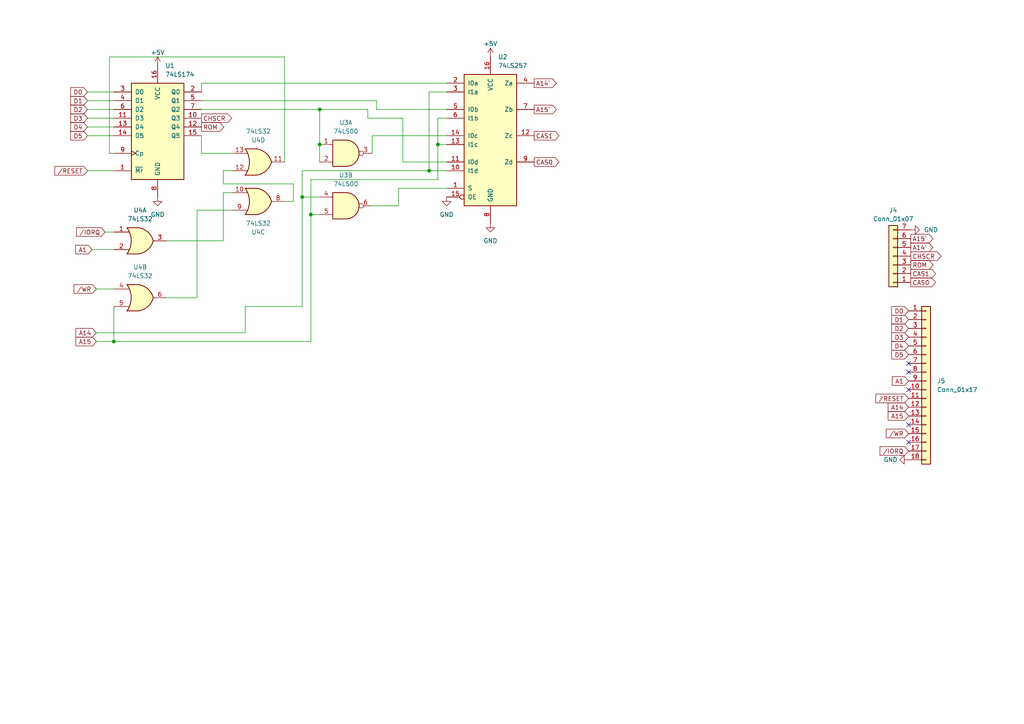
<source format=kicad_sch>
(kicad_sch (version 20230121) (generator eeschema)
  (paper "A4")
  (lib_symbols
    (symbol "74xx:74LS00" (pin_names (offset 1.016))
      (property "Reference" "U" (at 0 1.27 0))
      (property "Value" "74LS00" (at 0 -1.27 0))
      (symbol "74LS00_1_1"
        (arc (start 0 -3.81) (mid 3.7934 0) (end 0 3.81) (stroke (width 0.254)) (fill (type background)))
        (polyline (pts (xy 0 3.81) (xy -3.81 3.81) (xy -3.81 -3.81) (xy 0 -3.81)) (stroke (width 0.254)) (fill (type background)))
        (pin input line (at -7.62 2.54 0) (length 3.81) (name "~") (number "1"))
        (pin input line (at -7.62 -2.54 0) (length 3.81) (name "~") (number "2"))
        (pin output inverted (at 7.62 0 180) (length 3.81) (name "~") (number "3"))
      )
      (symbol "74LS00_1_2"
        (arc (start -3.81 -3.81) (mid -2.589 0) (end -3.81 3.81) (stroke (width 0.254)))
        (arc (start -0.6096 -3.81) (mid 2.1842 -2.5851) (end 3.81 0) (stroke (width 0.254)) (fill (type background)))
        (polyline (pts (xy -3.81 -3.81) (xy -0.635 -3.81)) (stroke (width 0.254)) (fill (type background)))
        (polyline (pts (xy -3.81 3.81) (xy -0.635 3.81)) (stroke (width 0.254)) (fill (type background)))
        (polyline (pts (xy -0.635 3.81) (xy -3.81 3.81) (xy -3.81 3.81) (xy -3.556 3.4036) (xy -3.0226 2.2606) (xy -2.6924 1.0414) (xy -2.6162 -0.254) (xy -2.7686 -1.4986) (xy -3.175 -2.7178) (xy -3.81 -3.81) (xy -3.81 -3.81) (xy -0.635 -3.81)) (stroke (width -25.4)) (fill (type background)))
        (arc (start 3.81 0) (mid 2.1915 2.5936) (end -0.6096 3.81) (stroke (width 0.254)) (fill (type background)))
        (pin input inverted (at -7.62 2.54 0) (length 4.318) (name "~") (number "1"))
        (pin input inverted (at -7.62 -2.54 0) (length 4.318) (name "~") (number "2"))
        (pin output line (at 7.62 0 180) (length 3.81) (name "~") (number "3"))
      )
      (symbol "74LS00_2_1"
        (arc (start 0 -3.81) (mid 3.7934 0) (end 0 3.81) (stroke (width 0.254)) (fill (type background)))
        (polyline (pts (xy 0 3.81) (xy -3.81 3.81) (xy -3.81 -3.81) (xy 0 -3.81)) (stroke (width 0.254)) (fill (type background)))
        (pin input line (at -7.62 2.54 0) (length 3.81) (name "~") (number "4"))
        (pin input line (at -7.62 -2.54 0) (length 3.81) (name "~") (number "5"))
        (pin output inverted (at 7.62 0 180) (length 3.81) (name "~") (number "6"))
      )
      (symbol "74LS00_2_2"
        (arc (start -3.81 -3.81) (mid -2.589 0) (end -3.81 3.81) (stroke (width 0.254)))
        (arc (start -0.6096 -3.81) (mid 2.1842 -2.5851) (end 3.81 0) (stroke (width 0.254)) (fill (type background)))
        (polyline (pts (xy -3.81 -3.81) (xy -0.635 -3.81)) (stroke (width 0.254)) (fill (type background)))
        (polyline (pts (xy -3.81 3.81) (xy -0.635 3.81)) (stroke (width 0.254)) (fill (type background)))
        (polyline (pts (xy -0.635 3.81) (xy -3.81 3.81) (xy -3.81 3.81) (xy -3.556 3.4036) (xy -3.0226 2.2606) (xy -2.6924 1.0414) (xy -2.6162 -0.254) (xy -2.7686 -1.4986) (xy -3.175 -2.7178) (xy -3.81 -3.81) (xy -3.81 -3.81) (xy -0.635 -3.81)) (stroke (width -25.4)) (fill (type background)))
        (arc (start 3.81 0) (mid 2.1915 2.5936) (end -0.6096 3.81) (stroke (width 0.254)) (fill (type background)))
        (pin input inverted (at -7.62 2.54 0) (length 4.318) (name "~") (number "4"))
        (pin input inverted (at -7.62 -2.54 0) (length 4.318) (name "~") (number "5"))
        (pin output line (at 7.62 0 180) (length 3.81) (name "~") (number "6"))
      )
      (symbol "74LS00_3_1"
        (arc (start 0 -3.81) (mid 3.7934 0) (end 0 3.81) (stroke (width 0.254)) (fill (type background)))
        (polyline (pts (xy 0 3.81) (xy -3.81 3.81) (xy -3.81 -3.81) (xy 0 -3.81)) (stroke (width 0.254)) (fill (type background)))
        (pin input line (at -7.62 -2.54 0) (length 3.81) (name "~") (number "10"))
        (pin output inverted (at 7.62 0 180) (length 3.81) (name "~") (number "8"))
        (pin input line (at -7.62 2.54 0) (length 3.81) (name "~") (number "9"))
      )
      (symbol "74LS00_3_2"
        (arc (start -3.81 -3.81) (mid -2.589 0) (end -3.81 3.81) (stroke (width 0.254)))
        (arc (start -0.6096 -3.81) (mid 2.1842 -2.5851) (end 3.81 0) (stroke (width 0.254)) (fill (type background)))
        (polyline (pts (xy -3.81 -3.81) (xy -0.635 -3.81)) (stroke (width 0.254)) (fill (type background)))
        (polyline (pts (xy -3.81 3.81) (xy -0.635 3.81)) (stroke (width 0.254)) (fill (type background)))
        (polyline (pts (xy -0.635 3.81) (xy -3.81 3.81) (xy -3.81 3.81) (xy -3.556 3.4036) (xy -3.0226 2.2606) (xy -2.6924 1.0414) (xy -2.6162 -0.254) (xy -2.7686 -1.4986) (xy -3.175 -2.7178) (xy -3.81 -3.81) (xy -3.81 -3.81) (xy -0.635 -3.81)) (stroke (width -25.4)) (fill (type background)))
        (arc (start 3.81 0) (mid 2.1915 2.5936) (end -0.6096 3.81) (stroke (width 0.254)) (fill (type background)))
        (pin input inverted (at -7.62 -2.54 0) (length 4.318) (name "~") (number "10"))
        (pin output line (at 7.62 0 180) (length 3.81) (name "~") (number "8"))
        (pin input inverted (at -7.62 2.54 0) (length 4.318) (name "~") (number "9"))
      )
      (symbol "74LS00_4_1"
        (arc (start 0 -3.81) (mid 3.7934 0) (end 0 3.81) (stroke (width 0.254)) (fill (type background)))
        (polyline (pts (xy 0 3.81) (xy -3.81 3.81) (xy -3.81 -3.81) (xy 0 -3.81)) (stroke (width 0.254)) (fill (type background)))
        (pin output inverted (at 7.62 0 180) (length 3.81) (name "~") (number "11"))
        (pin input line (at -7.62 2.54 0) (length 3.81) (name "~") (number "12"))
        (pin input line (at -7.62 -2.54 0) (length 3.81) (name "~") (number "13"))
      )
      (symbol "74LS00_4_2"
        (arc (start -3.81 -3.81) (mid -2.589 0) (end -3.81 3.81) (stroke (width 0.254)))
        (arc (start -0.6096 -3.81) (mid 2.1842 -2.5851) (end 3.81 0) (stroke (width 0.254)) (fill (type background)))
        (polyline (pts (xy -3.81 -3.81) (xy -0.635 -3.81)) (stroke (width 0.254)) (fill (type background)))
        (polyline (pts (xy -3.81 3.81) (xy -0.635 3.81)) (stroke (width 0.254)) (fill (type background)))
        (polyline (pts (xy -0.635 3.81) (xy -3.81 3.81) (xy -3.81 3.81) (xy -3.556 3.4036) (xy -3.0226 2.2606) (xy -2.6924 1.0414) (xy -2.6162 -0.254) (xy -2.7686 -1.4986) (xy -3.175 -2.7178) (xy -3.81 -3.81) (xy -3.81 -3.81) (xy -0.635 -3.81)) (stroke (width -25.4)) (fill (type background)))
        (arc (start 3.81 0) (mid 2.1915 2.5936) (end -0.6096 3.81) (stroke (width 0.254)) (fill (type background)))
        (pin output line (at 7.62 0 180) (length 3.81) (name "~") (number "11"))
        (pin input inverted (at -7.62 2.54 0) (length 4.318) (name "~") (number "12"))
        (pin input inverted (at -7.62 -2.54 0) (length 4.318) (name "~") (number "13"))
      )
      (symbol "74LS00_5_0"
        (pin power_in line (at 0 12.7 270) (length 5.08) (name "VCC") (number "14"))
        (pin power_in line (at 0 -12.7 90) (length 5.08) (name "GND") (number "7"))
      )
      (symbol "74LS00_5_1"
        (rectangle (start -5.08 7.62) (end 5.08 -7.62) (stroke (width 0.254)) (fill (type background)))
      )
    )
    (symbol "74xx:74LS174" (pin_names (offset 1.016))
      (property "Reference" "U" (at -7.62 13.97 0))
      (property "Value" "74LS174" (at -7.62 -16.51 0))
      (symbol "74LS174_1_0"
        (pin input line (at -12.7 -12.7 0) (length 5.08) (name "~{Mr}") (number "1"))
        (pin output line (at 12.7 2.54 180) (length 5.08) (name "Q3") (number "10"))
        (pin input line (at -12.7 2.54 0) (length 5.08) (name "D3") (number "11"))
        (pin output line (at 12.7 0 180) (length 5.08) (name "Q4") (number "12"))
        (pin input line (at -12.7 0 0) (length 5.08) (name "D4") (number "13"))
        (pin input line (at -12.7 -2.54 0) (length 5.08) (name "D5") (number "14"))
        (pin output line (at 12.7 -2.54 180) (length 5.08) (name "Q5") (number "15"))
        (pin power_in line (at 0 17.78 270) (length 5.08) (name "VCC") (number "16"))
        (pin output line (at 12.7 10.16 180) (length 5.08) (name "Q0") (number "2"))
        (pin input line (at -12.7 10.16 0) (length 5.08) (name "D0") (number "3"))
        (pin input line (at -12.7 7.62 0) (length 5.08) (name "D1") (number "4"))
        (pin output line (at 12.7 7.62 180) (length 5.08) (name "Q1") (number "5"))
        (pin input line (at -12.7 5.08 0) (length 5.08) (name "D2") (number "6"))
        (pin output line (at 12.7 5.08 180) (length 5.08) (name "Q2") (number "7"))
        (pin power_in line (at 0 -20.32 90) (length 5.08) (name "GND") (number "8"))
        (pin input clock (at -12.7 -7.62 0) (length 5.08) (name "Cp") (number "9"))
      )
      (symbol "74LS174_1_1"
        (rectangle (start -7.62 12.7) (end 7.62 -15.24) (stroke (width 0.254)) (fill (type background)))
      )
    )
    (symbol "74xx:74LS257" (pin_names (offset 1.016))
      (property "Reference" "U" (at -7.62 19.05 0))
      (property "Value" "74LS257" (at -7.62 -21.59 0))
      (symbol "74LS257_1_0"
        (pin input line (at -12.7 -15.24 0) (length 5.08) (name "S") (number "1"))
        (pin input line (at -12.7 -10.16 0) (length 5.08) (name "I1d") (number "10"))
        (pin input line (at -12.7 -7.62 0) (length 5.08) (name "I0d") (number "11"))
        (pin tri_state line (at 12.7 0 180) (length 5.08) (name "Zc") (number "12"))
        (pin input line (at -12.7 -2.54 0) (length 5.08) (name "I1c") (number "13"))
        (pin input line (at -12.7 0 0) (length 5.08) (name "I0c") (number "14"))
        (pin input inverted (at -12.7 -17.78 0) (length 5.08) (name "OE") (number "15"))
        (pin power_in line (at 0 22.86 270) (length 5.08) (name "VCC") (number "16"))
        (pin input line (at -12.7 15.24 0) (length 5.08) (name "I0a") (number "2"))
        (pin input line (at -12.7 12.7 0) (length 5.08) (name "I1a") (number "3"))
        (pin tri_state line (at 12.7 15.24 180) (length 5.08) (name "Za") (number "4"))
        (pin input line (at -12.7 7.62 0) (length 5.08) (name "I0b") (number "5"))
        (pin input line (at -12.7 5.08 0) (length 5.08) (name "I1b") (number "6"))
        (pin tri_state line (at 12.7 7.62 180) (length 5.08) (name "Zb") (number "7"))
        (pin power_in line (at 0 -25.4 90) (length 5.08) (name "GND") (number "8"))
        (pin tri_state line (at 12.7 -7.62 180) (length 5.08) (name "Zd") (number "9"))
      )
      (symbol "74LS257_1_1"
        (rectangle (start -7.62 17.78) (end 7.62 -20.32) (stroke (width 0.254)) (fill (type background)))
      )
    )
    (symbol "74xx:74LS32" (pin_names (offset 1.016))
      (property "Reference" "U" (at 0 1.27 0))
      (property "Value" "74LS32" (at 0 -1.27 0))
      (symbol "74LS32_1_1"
        (arc (start -3.81 -3.81) (mid -2.589 0) (end -3.81 3.81) (stroke (width 0.254)))
        (arc (start -0.6096 -3.81) (mid 2.1842 -2.5851) (end 3.81 0) (stroke (width 0.254)) (fill (type background)))
        (polyline (pts (xy -3.81 -3.81) (xy -0.635 -3.81)) (stroke (width 0.254)) (fill (type background)))
        (polyline (pts (xy -3.81 3.81) (xy -0.635 3.81)) (stroke (width 0.254)) (fill (type background)))
        (polyline (pts (xy -0.635 3.81) (xy -3.81 3.81) (xy -3.81 3.81) (xy -3.556 3.4036) (xy -3.0226 2.2606) (xy -2.6924 1.0414) (xy -2.6162 -0.254) (xy -2.7686 -1.4986) (xy -3.175 -2.7178) (xy -3.81 -3.81) (xy -3.81 -3.81) (xy -0.635 -3.81)) (stroke (width -25.4)) (fill (type background)))
        (arc (start 3.81 0) (mid 2.1915 2.5936) (end -0.6096 3.81) (stroke (width 0.254)) (fill (type background)))
        (pin input line (at -7.62 2.54 0) (length 4.318) (name "~") (number "1"))
        (pin input line (at -7.62 -2.54 0) (length 4.318) (name "~") (number "2"))
        (pin output line (at 7.62 0 180) (length 3.81) (name "~") (number "3"))
      )
      (symbol "74LS32_1_2"
        (arc (start 0 -3.81) (mid 3.7934 0) (end 0 3.81) (stroke (width 0.254)) (fill (type background)))
        (polyline (pts (xy 0 3.81) (xy -3.81 3.81) (xy -3.81 -3.81) (xy 0 -3.81)) (stroke (width 0.254)) (fill (type background)))
        (pin input inverted (at -7.62 2.54 0) (length 3.81) (name "~") (number "1"))
        (pin input inverted (at -7.62 -2.54 0) (length 3.81) (name "~") (number "2"))
        (pin output inverted (at 7.62 0 180) (length 3.81) (name "~") (number "3"))
      )
      (symbol "74LS32_2_1"
        (arc (start -3.81 -3.81) (mid -2.589 0) (end -3.81 3.81) (stroke (width 0.254)))
        (arc (start -0.6096 -3.81) (mid 2.1842 -2.5851) (end 3.81 0) (stroke (width 0.254)) (fill (type background)))
        (polyline (pts (xy -3.81 -3.81) (xy -0.635 -3.81)) (stroke (width 0.254)) (fill (type background)))
        (polyline (pts (xy -3.81 3.81) (xy -0.635 3.81)) (stroke (width 0.254)) (fill (type background)))
        (polyline (pts (xy -0.635 3.81) (xy -3.81 3.81) (xy -3.81 3.81) (xy -3.556 3.4036) (xy -3.0226 2.2606) (xy -2.6924 1.0414) (xy -2.6162 -0.254) (xy -2.7686 -1.4986) (xy -3.175 -2.7178) (xy -3.81 -3.81) (xy -3.81 -3.81) (xy -0.635 -3.81)) (stroke (width -25.4)) (fill (type background)))
        (arc (start 3.81 0) (mid 2.1915 2.5936) (end -0.6096 3.81) (stroke (width 0.254)) (fill (type background)))
        (pin input line (at -7.62 2.54 0) (length 4.318) (name "~") (number "4"))
        (pin input line (at -7.62 -2.54 0) (length 4.318) (name "~") (number "5"))
        (pin output line (at 7.62 0 180) (length 3.81) (name "~") (number "6"))
      )
      (symbol "74LS32_2_2"
        (arc (start 0 -3.81) (mid 3.7934 0) (end 0 3.81) (stroke (width 0.254)) (fill (type background)))
        (polyline (pts (xy 0 3.81) (xy -3.81 3.81) (xy -3.81 -3.81) (xy 0 -3.81)) (stroke (width 0.254)) (fill (type background)))
        (pin input inverted (at -7.62 2.54 0) (length 3.81) (name "~") (number "4"))
        (pin input inverted (at -7.62 -2.54 0) (length 3.81) (name "~") (number "5"))
        (pin output inverted (at 7.62 0 180) (length 3.81) (name "~") (number "6"))
      )
      (symbol "74LS32_3_1"
        (arc (start -3.81 -3.81) (mid -2.589 0) (end -3.81 3.81) (stroke (width 0.254)))
        (arc (start -0.6096 -3.81) (mid 2.1842 -2.5851) (end 3.81 0) (stroke (width 0.254)) (fill (type background)))
        (polyline (pts (xy -3.81 -3.81) (xy -0.635 -3.81)) (stroke (width 0.254)) (fill (type background)))
        (polyline (pts (xy -3.81 3.81) (xy -0.635 3.81)) (stroke (width 0.254)) (fill (type background)))
        (polyline (pts (xy -0.635 3.81) (xy -3.81 3.81) (xy -3.81 3.81) (xy -3.556 3.4036) (xy -3.0226 2.2606) (xy -2.6924 1.0414) (xy -2.6162 -0.254) (xy -2.7686 -1.4986) (xy -3.175 -2.7178) (xy -3.81 -3.81) (xy -3.81 -3.81) (xy -0.635 -3.81)) (stroke (width -25.4)) (fill (type background)))
        (arc (start 3.81 0) (mid 2.1915 2.5936) (end -0.6096 3.81) (stroke (width 0.254)) (fill (type background)))
        (pin input line (at -7.62 -2.54 0) (length 4.318) (name "~") (number "10"))
        (pin output line (at 7.62 0 180) (length 3.81) (name "~") (number "8"))
        (pin input line (at -7.62 2.54 0) (length 4.318) (name "~") (number "9"))
      )
      (symbol "74LS32_3_2"
        (arc (start 0 -3.81) (mid 3.7934 0) (end 0 3.81) (stroke (width 0.254)) (fill (type background)))
        (polyline (pts (xy 0 3.81) (xy -3.81 3.81) (xy -3.81 -3.81) (xy 0 -3.81)) (stroke (width 0.254)) (fill (type background)))
        (pin input inverted (at -7.62 -2.54 0) (length 3.81) (name "~") (number "10"))
        (pin output inverted (at 7.62 0 180) (length 3.81) (name "~") (number "8"))
        (pin input inverted (at -7.62 2.54 0) (length 3.81) (name "~") (number "9"))
      )
      (symbol "74LS32_4_1"
        (arc (start -3.81 -3.81) (mid -2.589 0) (end -3.81 3.81) (stroke (width 0.254)))
        (arc (start -0.6096 -3.81) (mid 2.1842 -2.5851) (end 3.81 0) (stroke (width 0.254)) (fill (type background)))
        (polyline (pts (xy -3.81 -3.81) (xy -0.635 -3.81)) (stroke (width 0.254)) (fill (type background)))
        (polyline (pts (xy -3.81 3.81) (xy -0.635 3.81)) (stroke (width 0.254)) (fill (type background)))
        (polyline (pts (xy -0.635 3.81) (xy -3.81 3.81) (xy -3.81 3.81) (xy -3.556 3.4036) (xy -3.0226 2.2606) (xy -2.6924 1.0414) (xy -2.6162 -0.254) (xy -2.7686 -1.4986) (xy -3.175 -2.7178) (xy -3.81 -3.81) (xy -3.81 -3.81) (xy -0.635 -3.81)) (stroke (width -25.4)) (fill (type background)))
        (arc (start 3.81 0) (mid 2.1915 2.5936) (end -0.6096 3.81) (stroke (width 0.254)) (fill (type background)))
        (pin output line (at 7.62 0 180) (length 3.81) (name "~") (number "11"))
        (pin input line (at -7.62 2.54 0) (length 4.318) (name "~") (number "12"))
        (pin input line (at -7.62 -2.54 0) (length 4.318) (name "~") (number "13"))
      )
      (symbol "74LS32_4_2"
        (arc (start 0 -3.81) (mid 3.7934 0) (end 0 3.81) (stroke (width 0.254)) (fill (type background)))
        (polyline (pts (xy 0 3.81) (xy -3.81 3.81) (xy -3.81 -3.81) (xy 0 -3.81)) (stroke (width 0.254)) (fill (type background)))
        (pin output inverted (at 7.62 0 180) (length 3.81) (name "~") (number "11"))
        (pin input inverted (at -7.62 2.54 0) (length 3.81) (name "~") (number "12"))
        (pin input inverted (at -7.62 -2.54 0) (length 3.81) (name "~") (number "13"))
      )
      (symbol "74LS32_5_0"
        (pin power_in line (at 0 12.7 270) (length 5.08) (name "VCC") (number "14"))
        (pin power_in line (at 0 -12.7 90) (length 5.08) (name "GND") (number "7"))
      )
      (symbol "74LS32_5_1"
        (rectangle (start -5.08 7.62) (end 5.08 -7.62) (stroke (width 0.254)) (fill (type background)))
      )
    )
    (symbol "Connector_Generic:Conn_01x07" (pin_names (offset 1.016) hide)
      (property "Reference" "J" (at 0 10.16 0))
      (property "Value" "Conn_01x07" (at 0 -10.16 0))
      (symbol "Conn_01x07_1_1"
        (rectangle (start -1.27 -7.493) (end 0 -7.747) (stroke (width 0.1524)))
        (rectangle (start -1.27 -4.953) (end 0 -5.207) (stroke (width 0.1524)))
        (rectangle (start -1.27 -2.413) (end 0 -2.667) (stroke (width 0.1524)))
        (rectangle (start -1.27 0.127) (end 0 -0.127) (stroke (width 0.1524)))
        (rectangle (start -1.27 2.667) (end 0 2.413) (stroke (width 0.1524)))
        (rectangle (start -1.27 5.207) (end 0 4.953) (stroke (width 0.1524)))
        (rectangle (start -1.27 7.747) (end 0 7.493) (stroke (width 0.1524)))
        (rectangle (start -1.27 8.89) (end 1.27 -8.89) (stroke (width 0.254)) (fill (type background)))
        (pin passive line (at -5.08 7.62 0) (length 3.81) (name "Pin_1") (number "1"))
        (pin passive line (at -5.08 5.08 0) (length 3.81) (name "Pin_2") (number "2"))
        (pin passive line (at -5.08 2.54 0) (length 3.81) (name "Pin_3") (number "3"))
        (pin passive line (at -5.08 0 0) (length 3.81) (name "Pin_4") (number "4"))
        (pin passive line (at -5.08 -2.54 0) (length 3.81) (name "Pin_5") (number "5"))
        (pin passive line (at -5.08 -5.08 0) (length 3.81) (name "Pin_6") (number "6"))
        (pin passive line (at -5.08 -7.62 0) (length 3.81) (name "Pin_7") (number "7"))
      )
    )
    (symbol "Connector_Generic:Conn_01x18" (pin_names (offset 1.016) hide)
      (property "Reference" "J" (at 0 22.86 0))
      (property "Value" "Conn_01x18" (at 0 -25.4 0))
      (symbol "Conn_01x18_1_1"
        (rectangle (start -1.27 -22.733) (end 0 -22.987) (stroke (width 0.1524)))
        (rectangle (start -1.27 -20.193) (end 0 -20.447) (stroke (width 0.1524)))
        (rectangle (start -1.27 -17.653) (end 0 -17.907) (stroke (width 0.1524)))
        (rectangle (start -1.27 -15.113) (end 0 -15.367) (stroke (width 0.1524)))
        (rectangle (start -1.27 -12.573) (end 0 -12.827) (stroke (width 0.1524)))
        (rectangle (start -1.27 -10.033) (end 0 -10.287) (stroke (width 0.1524)))
        (rectangle (start -1.27 -7.493) (end 0 -7.747) (stroke (width 0.1524)))
        (rectangle (start -1.27 -4.953) (end 0 -5.207) (stroke (width 0.1524)))
        (rectangle (start -1.27 -2.413) (end 0 -2.667) (stroke (width 0.1524)))
        (rectangle (start -1.27 0.127) (end 0 -0.127) (stroke (width 0.1524)))
        (rectangle (start -1.27 2.667) (end 0 2.413) (stroke (width 0.1524)))
        (rectangle (start -1.27 5.207) (end 0 4.953) (stroke (width 0.1524)))
        (rectangle (start -1.27 7.747) (end 0 7.493) (stroke (width 0.1524)))
        (rectangle (start -1.27 10.287) (end 0 10.033) (stroke (width 0.1524)))
        (rectangle (start -1.27 12.827) (end 0 12.573) (stroke (width 0.1524)))
        (rectangle (start -1.27 15.367) (end 0 15.113) (stroke (width 0.1524)))
        (rectangle (start -1.27 17.907) (end 0 17.653) (stroke (width 0.1524)))
        (rectangle (start -1.27 20.447) (end 0 20.193) (stroke (width 0.1524)))
        (rectangle (start -1.27 21.59) (end 1.27 -24.13) (stroke (width 0.254)) (fill (type background)))
        (pin passive line (at -5.08 20.32 0) (length 3.81) (name "Pin_1") (number "1"))
        (pin passive line (at -5.08 -2.54 0) (length 3.81) (name "Pin_10") (number "10"))
        (pin passive line (at -5.08 -5.08 0) (length 3.81) (name "Pin_11") (number "11"))
        (pin passive line (at -5.08 -7.62 0) (length 3.81) (name "Pin_12") (number "12"))
        (pin passive line (at -5.08 -10.16 0) (length 3.81) (name "Pin_13") (number "13"))
        (pin passive line (at -5.08 -12.7 0) (length 3.81) (name "Pin_14") (number "14"))
        (pin passive line (at -5.08 -15.24 0) (length 3.81) (name "Pin_15") (number "15"))
        (pin passive line (at -5.08 -17.78 0) (length 3.81) (name "Pin_16") (number "16"))
        (pin passive line (at -5.08 -20.32 0) (length 3.81) (name "Pin_17") (number "17"))
        (pin passive line (at -5.08 -22.86 0) (length 3.81) (name "Pin_18") (number "18"))
        (pin passive line (at -5.08 17.78 0) (length 3.81) (name "Pin_2") (number "2"))
        (pin passive line (at -5.08 15.24 0) (length 3.81) (name "Pin_3") (number "3"))
        (pin passive line (at -5.08 12.7 0) (length 3.81) (name "Pin_4") (number "4"))
        (pin passive line (at -5.08 10.16 0) (length 3.81) (name "Pin_5") (number "5"))
        (pin passive line (at -5.08 7.62 0) (length 3.81) (name "Pin_6") (number "6"))
        (pin passive line (at -5.08 5.08 0) (length 3.81) (name "Pin_7") (number "7"))
        (pin passive line (at -5.08 2.54 0) (length 3.81) (name "Pin_8") (number "8"))
        (pin passive line (at -5.08 0 0) (length 3.81) (name "Pin_9") (number "9"))
      )
    )
    (symbol "Device:C" (pin_numbers hide) (pin_names (offset 0.254))
      (property "Reference" "C" (at 0.635 2.54 0))
      (property "Value" "C" (at 0.635 -2.54 0))
      (symbol "C_0_1"
        (polyline (pts (xy -2.032 -0.762) (xy 2.032 -0.762)) (stroke (width 0.508)))
        (polyline (pts (xy -2.032 0.762) (xy 2.032 0.762)) (stroke (width 0.508)))
      )
      (symbol "C_1_1"
        (pin passive line (at 0 3.81 270) (length 2.794) (name "~") (number "1"))
        (pin passive line (at 0 -3.81 90) (length 2.794) (name "~") (number "2"))
      )
    )
    (symbol "power:+5V" (power) (pin_names (offset 0))
      (property "Value" "+5V" (at 0 3.556 0))
      (symbol "+5V_0_1"
        (polyline (pts (xy -0.762 1.27) (xy 0 2.54)))
        (polyline (pts (xy 0 0) (xy 0 2.54)))
        (polyline (pts (xy 0 2.54) (xy 0.762 1.27)))
      )
      (symbol "+5V_1_1"
        (pin power_in line (at 0 0 90) (length 0) hide (name "+5V") (number "1"))
      )
    )
    (symbol "power:GND" (power) (pin_names (offset 0))
      (property "Value" "GND" (at 0 -3.81 0))
      (symbol "GND_0_1"
        (polyline (pts (xy 0 0) (xy 0 -1.27) (xy 1.27 -1.27) (xy 0 -2.54) (xy -1.27 -1.27) (xy 0 -1.27)))
      )
      (symbol "GND_1_1"
        (pin power_in line (at 0 0 270) (length 0) hide (name "GND") (number "1"))
      )
    )
    (symbol "power:PWR_FLAG" (power) (pin_numbers hide) (pin_names (offset 0) hide)
      (property "Value" "PWR_FLAG" (at 0 3.81 0))
      (symbol "PWR_FLAG_0_0"
        (pin power_out line (at 0 0 90) (length 0) (name "pwr") (number "1"))
      )
      (symbol "PWR_FLAG_0_1"
        (polyline (pts (xy 0 0) (xy 0 1.27) (xy -1.016 1.905) (xy 0 2.54) (xy 1.016 1.905) (xy 0 1.27)))
      )
    )
  )
  (junction (at 384.81 113.03))
  (junction (at 360.68 105.41))
  (junction (at 92.71 41.91))
  (junction (at 347.98 113.03))
  (junction (at 372.11 113.03))
  (junction (at 87.63 57.15))
  (junction (at 384.81 105.41))
  (junction (at 127 41.91))
  (junction (at 92.71 31.75))
  (junction (at 360.68 113.03))
  (junction (at 33.02 99.06))
  (junction (at 354.33 113.03))
  (junction (at 347.98 105.41))
  (junction (at 372.11 105.41))
  (junction (at 124.46 49.53))
  (junction (at 90.17 62.23))
  (no_connect (at 263.525 105.41))
  (no_connect (at 263.525 113.03))
  (no_connect (at 263.525 107.95))
  (no_connect (at 263.525 123.19))
  (no_connect (at 263.525 128.27))
  (wire (pts (xy 25.4 34.29) (xy 33.02 34.29)))
  (wire (pts (xy 27.94 99.06) (xy 33.02 99.06)))
  (wire (pts (xy 58.42 26.67) (xy 58.42 24.13)))
  (wire (pts (xy 31.75 44.45) (xy 33.02 44.45)))
  (wire (pts (xy 347.98 113.03) (xy 354.33 113.03)))
  (wire (pts (xy 58.42 29.21) (xy 109.22 29.21)))
  (wire (pts (xy 64.77 49.53) (xy 67.31 49.53)))
  (wire (pts (xy 25.4 26.67) (xy 33.02 26.67)))
  (wire (pts (xy 124.46 26.67) (xy 129.54 26.67)))
  (wire (pts (xy 71.12 96.52) (xy 71.12 88.9)))
  (wire (pts (xy 27.94 83.82) (xy 33.02 83.82)))
  (wire (pts (xy 107.95 44.45) (xy 107.95 39.37)))
  (wire (pts (xy 58.42 44.45) (xy 67.31 44.45)))
  (wire (pts (xy 107.95 39.37) (xy 129.54 39.37)))
  (wire (pts (xy 27.94 96.52) (xy 71.12 96.52)))
  (wire (pts (xy 82.55 58.42) (xy 85.09 58.42)))
  (wire (pts (xy 129.54 49.53) (xy 124.46 49.53)))
  (wire (pts (xy 384.81 112.395) (xy 384.81 113.03)))
  (wire (pts (xy 372.11 105.41) (xy 384.81 105.41)))
  (wire (pts (xy 109.22 29.21) (xy 109.22 31.75)))
  (wire (pts (xy 129.54 46.99) (xy 116.84 46.99)))
  (wire (pts (xy 87.63 49.53) (xy 124.46 49.53)))
  (wire (pts (xy 58.42 31.75) (xy 92.71 31.75)))
  (wire (pts (xy 127 34.29) (xy 127 41.91)))
  (wire (pts (xy 90.17 99.06) (xy 33.02 99.06)))
  (wire (pts (xy 25.4 39.37) (xy 33.02 39.37)))
  (wire (pts (xy 30.48 67.31) (xy 33.02 67.31)))
  (wire (pts (xy 90.17 62.23) (xy 90.17 99.06)))
  (wire (pts (xy 82.55 16.51) (xy 82.55 46.99)))
  (wire (pts (xy 48.26 86.36) (xy 57.15 86.36)))
  (wire (pts (xy 85.09 58.42) (xy 85.09 53.34)))
  (wire (pts (xy 360.68 105.41) (xy 372.11 105.41)))
  (wire (pts (xy 106.68 31.75) (xy 92.71 31.75)))
  (wire (pts (xy 90.17 52.07) (xy 127 52.07)))
  (wire (pts (xy 384.81 99.695) (xy 384.81 105.41)))
  (wire (pts (xy 48.26 69.85) (xy 64.77 69.85)))
  (wire (pts (xy 85.09 53.34) (xy 64.77 53.34)))
  (wire (pts (xy 360.68 113.03) (xy 372.11 113.03)))
  (wire (pts (xy 31.75 16.51) (xy 82.55 16.51)))
  (wire (pts (xy 384.81 113.03) (xy 384.81 121.92)))
  (wire (pts (xy 354.33 113.03) (xy 360.68 113.03)))
  (wire (pts (xy 92.71 62.23) (xy 90.17 62.23)))
  (wire (pts (xy 57.15 60.96) (xy 67.31 60.96)))
  (wire (pts (xy 87.63 57.15) (xy 87.63 88.9)))
  (wire (pts (xy 127 41.91) (xy 129.54 41.91)))
  (wire (pts (xy 58.42 39.37) (xy 58.42 44.45)))
  (wire (pts (xy 64.77 69.85) (xy 64.77 55.88)))
  (wire (pts (xy 25.4 29.21) (xy 33.02 29.21)))
  (wire (pts (xy 25.4 31.75) (xy 33.02 31.75)))
  (wire (pts (xy 92.71 31.75) (xy 92.71 41.91)))
  (wire (pts (xy 129.54 34.29) (xy 127 34.29)))
  (wire (pts (xy 92.71 57.15) (xy 87.63 57.15)))
  (wire (pts (xy 124.46 49.53) (xy 124.46 26.67)))
  (wire (pts (xy 106.68 34.29) (xy 106.68 31.75)))
  (wire (pts (xy 71.12 88.9) (xy 87.63 88.9)))
  (wire (pts (xy 33.02 99.06) (xy 33.02 88.9)))
  (wire (pts (xy 64.77 53.34) (xy 64.77 49.53)))
  (wire (pts (xy 26.67 72.39) (xy 33.02 72.39)))
  (wire (pts (xy 115.57 54.61) (xy 129.54 54.61)))
  (wire (pts (xy 25.4 49.53) (xy 33.02 49.53)))
  (wire (pts (xy 116.84 34.29) (xy 106.68 34.29)))
  (wire (pts (xy 334.01 105.41) (xy 347.98 105.41)))
  (wire (pts (xy 372.11 113.03) (xy 384.81 113.03)))
  (wire (pts (xy 87.63 57.15) (xy 87.63 49.53)))
  (wire (pts (xy 25.4 36.83) (xy 33.02 36.83)))
  (wire (pts (xy 334.01 113.03) (xy 347.98 113.03)))
  (wire (pts (xy 57.15 86.36) (xy 57.15 60.96)))
  (wire (pts (xy 127 52.07) (xy 127 41.91)))
  (wire (pts (xy 347.98 105.41) (xy 360.68 105.41)))
  (wire (pts (xy 109.22 31.75) (xy 129.54 31.75)))
  (wire (pts (xy 31.75 44.45) (xy 31.75 16.51)))
  (wire (pts (xy 90.17 62.23) (xy 90.17 52.07)))
  (wire (pts (xy 384.81 105.41) (xy 386.715 105.41)))
  (wire (pts (xy 58.42 24.13) (xy 129.54 24.13)))
  (wire (pts (xy 107.95 59.69) (xy 115.57 59.69)))
  (wire (pts (xy 115.57 59.69) (xy 115.57 54.61)))
  (wire (pts (xy 64.77 55.88) (xy 67.31 55.88)))
  (wire (pts (xy 92.71 41.91) (xy 92.71 46.99)))
  (wire (pts (xy 116.84 46.99) (xy 116.84 34.29)))
  (image (at 162.56 -114.3) (scale 1.5))
  (global_label "D4" (shape input) (at 25.4 36.83 180) (property "Intersheetrefs" "${INTERSHEET_REFS}" (effects hide)))
  (global_label "A15`" (shape output) (at 154.94 31.75 0) (property "Intersheetrefs" "${INTERSHEET_REFS}" (effects hide)))
  (global_label "{slash}RESET" (shape input) (at 263.525 115.57 180) (property "Intersheetrefs" "${INTERSHEET_REFS}" (effects hide)))
  (global_label "D0" (shape input) (at 263.525 90.17 180) (property "Intersheetrefs" "${INTERSHEET_REFS}" (effects hide)))
  (global_label "D1" (shape input) (at 25.4 29.21 180) (property "Intersheetrefs" "${INTERSHEET_REFS}" (effects hide)))
  (global_label "D1" (shape input) (at 263.525 92.71 180) (property "Intersheetrefs" "${INTERSHEET_REFS}" (effects hide)))
  (global_label "D5" (shape input) (at 25.4 39.37 180) (property "Intersheetrefs" "${INTERSHEET_REFS}" (effects hide)))
  (global_label "{slash}WR" (shape input) (at 263.525 125.73 180) (property "Intersheetrefs" "${INTERSHEET_REFS}" (effects hide)))
  (global_label "A1" (shape input) (at 263.525 110.49 180) (property "Intersheetrefs" "${INTERSHEET_REFS}" (effects hide)))
  (global_label "ROM" (shape output) (at 58.42 36.83 0) (property "Intersheetrefs" "${INTERSHEET_REFS}" (effects hide)))
  (global_label "CAS1" (shape output) (at 154.94 39.37 0) (property "Intersheetrefs" "${INTERSHEET_REFS}" (effects hide)))
  (global_label "D3" (shape input) (at 263.525 97.79 180) (property "Intersheetrefs" "${INTERSHEET_REFS}" (effects hide)))
  (global_label "ROM" (shape output) (at 264.16 76.835 0) (property "Intersheetrefs" "${INTERSHEET_REFS}" (effects hide)))
  (global_label "A14`" (shape output) (at 264.16 71.755 0) (property "Intersheetrefs" "${INTERSHEET_REFS}" (effects hide)))
  (global_label "A14`" (shape output) (at 154.94 24.13 0) (property "Intersheetrefs" "${INTERSHEET_REFS}" (effects hide)))
  (global_label "CAS0" (shape output) (at 264.16 81.915 0) (property "Intersheetrefs" "${INTERSHEET_REFS}" (effects hide)))
  (global_label "A15" (shape input) (at 263.525 120.65 180) (property "Intersheetrefs" "${INTERSHEET_REFS}" (effects hide)))
  (global_label "CAS0" (shape output) (at 154.94 46.99 0) (property "Intersheetrefs" "${INTERSHEET_REFS}" (effects hide)))
  (global_label "A1" (shape input) (at 26.67 72.39 180) (property "Intersheetrefs" "${INTERSHEET_REFS}" (effects hide)))
  (global_label "D0" (shape input) (at 25.4 26.67 180) (property "Intersheetrefs" "${INTERSHEET_REFS}" (effects hide)))
  (global_label "A14" (shape input) (at 263.525 118.11 180) (property "Intersheetrefs" "${INTERSHEET_REFS}" (effects hide)))
  (global_label "{slash}IORQ" (shape input) (at 263.525 130.81 180) (property "Intersheetrefs" "${INTERSHEET_REFS}" (effects hide)))
  (global_label "CAS1" (shape output) (at 264.16 79.375 0) (property "Intersheetrefs" "${INTERSHEET_REFS}" (effects hide)))
  (global_label "{slash}RESET" (shape input) (at 25.4 49.53 180) (property "Intersheetrefs" "${INTERSHEET_REFS}" (effects hide)))
  (global_label "D3" (shape input) (at 25.4 34.29 180) (property "Intersheetrefs" "${INTERSHEET_REFS}" (effects hide)))
  (global_label "A15" (shape input) (at 27.94 99.06 180) (property "Intersheetrefs" "${INTERSHEET_REFS}" (effects hide)))
  (global_label "CHSCR" (shape output) (at 264.16 74.295 0) (property "Intersheetrefs" "${INTERSHEET_REFS}" (effects hide)))
  (global_label "CHSCR" (shape output) (at 58.42 34.29 0) (property "Intersheetrefs" "${INTERSHEET_REFS}" (effects hide)))
  (global_label "D5" (shape input) (at 263.525 102.87 180) (property "Intersheetrefs" "${INTERSHEET_REFS}" (effects hide)))
  (global_label "A15`" (shape output) (at 264.16 69.215 0) (property "Intersheetrefs" "${INTERSHEET_REFS}" (effects hide)))
  (global_label "{slash}WR" (shape input) (at 27.94 83.82 180) (property "Intersheetrefs" "${INTERSHEET_REFS}" (effects hide)))
  (global_label "{slash}IORQ" (shape input) (at 30.48 67.31 180) (property "Intersheetrefs" "${INTERSHEET_REFS}" (effects hide)))
  (global_label "A14" (shape input) (at 27.94 96.52 180) (property "Intersheetrefs" "${INTERSHEET_REFS}" (effects hide)))
  (global_label "D4" (shape input) (at 263.525 100.33 180) (property "Intersheetrefs" "${INTERSHEET_REFS}" (effects hide)))
  (global_label "D2" (shape input) (at 25.4 31.75 180) (property "Intersheetrefs" "${INTERSHEET_REFS}" (effects hide)))
  (global_label "D2" (shape input) (at 263.525 95.25 180) (property "Intersheetrefs" "${INTERSHEET_REFS}" (effects hide)))
  (symbol (lib_id "power:+5V") (at 142.24 16.51 0) (unit 1)
    (property "Reference" "#PWR033" (effects hide))
    (property "Value" "+5V" (at 142.24 12.7 0))
  )
  (symbol (lib_id "Device:C") (at 347.98 109.22 0) (unit 1)
    (property "Reference" "C2" (at 351.79 107.95 0) (effects (justify left)))
    (property "Value" "C" (at 351.79 110.49 0) (effects (justify left)))
    (property "Footprint" "Capacitor_THT:C_Disc_D7.0mm_W2.5mm_P5.00mm" (effects hide))
  )
  (symbol (lib_id "power:GND") (at 142.24 64.77 0) (unit 1)
    (property "Reference" "#PWR02" (effects hide))
    (property "Value" "GND" (at 142.24 69.85 0))
  )
  (symbol (lib_id "74xx:74LS00") (at 375.285 48.895 0) (unit 5)
    (property "Reference" "U3" (at 381.635 47.625 0) (effects (justify left)))
    (property "Value" "74LS00" (at 381.635 50.165 0) (effects (justify left)))
    (property "Footprint" "Package_DIP:DIP-14_W7.62mm_Socket" (effects hide))
    (property "Datasheet" "http://www.ti.com/lit/gpn/sn74ls00" (effects hide))
  )
  (symbol (lib_id "Device:C") (at 334.01 109.22 0) (unit 1)
    (property "Reference" "C1" (at 337.82 107.95 0) (effects (justify left)))
    (property "Value" "C" (at 337.82 110.49 0) (effects (justify left)))
    (property "Footprint" "Capacitor_THT:C_Disc_D7.0mm_W2.5mm_P5.00mm" (effects hide))
  )
  (symbol (lib_id "74xx:74LS32") (at 74.93 58.42 0) (mirror x) (unit 3)
    (property "Reference" "U4" (at 74.93 67.31 0))
    (property "Value" "74LS32" (at 74.93 64.77 0))
    (property "Footprint" "Package_DIP:DIP-14_W7.62mm_Socket" (effects hide))
    (property "Datasheet" "http://www.ti.com/lit/gpn/sn74LS32" (effects hide))
  )
  (symbol (lib_id "power:+5V") (at 396.24 36.195 0) (unit 1)
    (property "Reference" "#PWR026" (effects hide))
    (property "Value" "+5V" (at 396.24 31.115 0))
  )
  (symbol (lib_id "74xx:74LS32") (at 40.64 69.85 0) (unit 1)
    (property "Reference" "U4" (at 40.64 60.96 0))
    (property "Value" "74LS32" (at 40.64 63.5 0))
    (property "Footprint" "Package_DIP:DIP-14_W7.62mm_Socket" (effects hide))
    (property "Datasheet" "http://www.ti.com/lit/gpn/sn74LS32" (effects hide))
  )
  (symbol (lib_id "power:+5V") (at 45.72 19.05 0) (unit 1)
    (property "Reference" "#PWR032" (effects hide))
    (property "Value" "+5V" (at 45.72 15.24 0))
  )
  (symbol (lib_id "Connector_Generic:Conn_01x18") (at 268.605 110.49 0) (unit 1)
    (property "Reference" "J5" (at 271.78 110.49 0) (effects (justify left)))
    (property "Value" "Conn_01x17" (at 271.78 113.03 0) (effects (justify left)))
    (property "Footprint" "Connector_PinSocket_2.54mm:PinSocket_1x18_P2.54mm_Horizontal" (effects hide))
  )
  (symbol (lib_id "74xx:74LS257") (at 142.24 39.37 0) (unit 1)
    (property "Reference" "U2" (at 144.4341 16.51 0) (effects (justify left)))
    (property "Value" "74LS257" (at 144.4341 19.05 0) (effects (justify left)))
    (property "Footprint" "Package_DIP:DIP-16_W7.62mm_Socket" (effects hide))
    (property "Datasheet" "http://www.ti.com/lit/gpn/sn74LS257" (effects hide))
  )
  (symbol (lib_id "Device:C") (at 372.11 109.22 0) (unit 1)
    (property "Reference" "C4" (at 375.92 107.95 0) (effects (justify left)))
    (property "Value" "C" (at 375.92 110.49 0) (effects (justify left)))
    (property "Footprint" "Capacitor_THT:C_Disc_D7.0mm_W2.5mm_P5.00mm" (effects hide))
  )
  (symbol (lib_id "Device:C") (at 360.68 109.22 0) (unit 1)
    (property "Reference" "C3" (at 364.49 107.95 0) (effects (justify left)))
    (property "Value" "C" (at 364.49 110.49 0) (effects (justify left)))
    (property "Footprint" "Capacitor_THT:C_Disc_D7.0mm_W2.5mm_P5.00mm" (effects hide))
  )
  (symbol (lib_id "Connector_Generic:Conn_01x07") (at 259.08 74.295 180) (unit 1)
    (property "Reference" "J4" (at 259.08 60.96 0))
    (property "Value" "Conn_01x07" (at 259.08 63.5 0))
    (property "Footprint" "Connector_PinSocket_2.54mm:PinSocket_1x07_P2.54mm_Horizontal" (effects hide))
  )
  (symbol (lib_id "power:GND") (at 396.24 61.595 0) (unit 1)
    (property "Reference" "#PWR07" (effects hide))
    (property "Value" "GND" (at 396.24 66.675 0))
  )
  (symbol (lib_id "power:GND") (at 45.72 57.15 0) (unit 1)
    (property "Reference" "#PWR03" (effects hide))
    (property "Value" "GND" (at 45.72 62.23 0))
  )
  (symbol (lib_id "power:GND") (at 384.81 121.92 0) (unit 1)
    (property "Reference" "#PWR022" (effects hide))
    (property "Value" "GND" (at 384.81 127 0))
  )
  (symbol (lib_id "74xx:74LS00") (at 100.33 59.69 0) (unit 2)
    (property "Reference" "U3" (at 100.3217 50.8 0))
    (property "Value" "74LS00" (at 100.3217 53.34 0))
    (property "Footprint" "Package_DIP:DIP-14_W7.62mm_Socket" (effects hide))
    (property "Datasheet" "http://www.ti.com/lit/gpn/sn74ls00" (effects hide))
  )
  (symbol (lib_id "power:+5V") (at 375.285 36.195 0) (unit 1)
    (property "Reference" "#PWR025" (effects hide))
    (property "Value" "+5V" (at 375.285 31.115 0))
  )
  (symbol (lib_id "power:GND") (at 264.16 66.675 90) (unit 1)
    (property "Reference" "#PWR034" (effects hide))
    (property "Value" "GND" (at 267.97 66.675 90) (effects (justify right)))
  )
  (symbol (lib_id "power:GND") (at 129.54 57.15 0) (unit 1)
    (property "Reference" "#PWR01" (effects hide))
    (property "Value" "GND" (at 129.54 62.23 0))
  )
  (symbol (lib_id "power:+5V") (at 384.81 99.695 0) (unit 1)
    (property "Reference" "#PWR023" (effects hide))
    (property "Value" "+5V" (at 384.81 94.615 0))
  )
  (symbol (lib_id "power:GND") (at 263.525 133.35 270) (unit 1)
    (property "Reference" "#PWR035" (effects hide))
    (property "Value" "GND" (at 260.35 133.35 90) (effects (justify right)))
  )
  (symbol (lib_id "74xx:74LS174") (at 45.72 36.83 0) (unit 1)
    (property "Reference" "U1" (at 47.9141 19.05 0) (effects (justify left)))
    (property "Value" "74LS174" (at 47.9141 21.59 0) (effects (justify left)))
    (property "Footprint" "Package_DIP:DIP-16_W7.62mm_Socket" (effects hide))
    (property "Datasheet" "http://www.ti.com/lit/gpn/sn74LS174" (effects hide))
  )
  (symbol (lib_id "74xx:74LS32") (at 74.93 46.99 0) (mirror x) (unit 4)
    (property "Reference" "U4" (at 74.93 40.64 0))
    (property "Value" "74LS32" (at 74.93 38.1 0))
    (property "Footprint" "Package_DIP:DIP-14_W7.62mm_Socket" (effects hide))
    (property "Datasheet" "http://www.ti.com/lit/gpn/sn74LS32" (effects hide))
  )
  (symbol (lib_id "power:GND") (at 375.285 61.595 0) (unit 1)
    (property "Reference" "#PWR06" (effects hide))
    (property "Value" "GND" (at 375.285 66.675 0))
  )
  (symbol (lib_id "power:PWR_FLAG") (at 354.33 113.03 180) (unit 1)
    (property "Reference" "#FLG02" (effects hide))
    (property "Value" "PWR_FLAG" (at 354.33 118.11 0))
  )
  (symbol (lib_id "74xx:74LS32") (at 40.64 86.36 0) (unit 2)
    (property "Reference" "U4" (at 40.64 77.47 0))
    (property "Value" "74LS32" (at 40.64 80.01 0))
    (property "Footprint" "Package_DIP:DIP-14_W7.62mm_Socket" (effects hide))
    (property "Datasheet" "http://www.ti.com/lit/gpn/sn74LS32" (effects hide))
  )
  (symbol (lib_id "74xx:74LS32") (at 396.24 48.895 0) (unit 5)
    (property "Reference" "U4" (at 402.59 47.625 0) (effects (justify left)))
    (property "Value" "74LS32" (at 402.59 50.165 0) (effects (justify left)))
    (property "Footprint" "Package_DIP:DIP-14_W7.62mm_Socket" (effects hide))
    (property "Datasheet" "http://www.ti.com/lit/gpn/sn74LS32" (effects hide))
  )
  (symbol (lib_id "power:PWR_FLAG") (at 386.715 105.41 270) (unit 1)
    (property "Reference" "#FLG01" (effects hide))
    (property "Value" "PWR_FLAG" (at 389.89 105.41 90) (effects (justify left)))
  )
  (symbol (lib_id "74xx:74LS00") (at 100.33 44.45 0) (unit 1)
    (property "Reference" "U3" (at 100.3217 35.56 0))
    (property "Value" "74LS00" (at 100.3217 38.1 0))
    (property "Footprint" "Package_DIP:DIP-14_W7.62mm_Socket" (effects hide))
    (property "Datasheet" "http://www.ti.com/lit/gpn/sn74ls00" (effects hide))
  )
)
</source>
